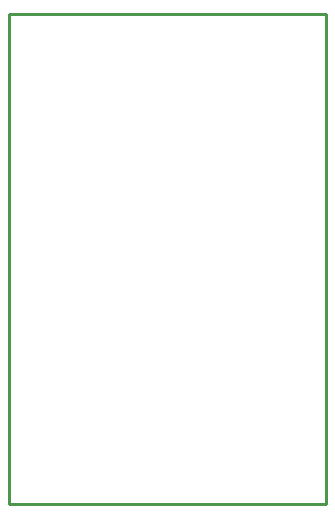
<source format=gko>
G04 Layer: BoardOutlineLayer*
G04 EasyEDA Pro v2.2.37.7, 2025-04-21 16:56:55*
G04 Gerber Generator version 0.3*
G04 Scale: 100 percent, Rotated: No, Reflected: No*
G04 Dimensions in millimeters*
G04 Leading zeros omitted, absolute positions, 4 integers and 5 decimals*
%FSLAX45Y45*%
%MOMM*%
%ADD10C,0.254*%
G75*


G04 Rect Start*
G54D10*
G01X-22860000Y1168400D02*
G01X-22860000Y5321300D01*
G01X-20180300Y5321300D01*
G01X-20180300Y1168400D01*
G01X-22860000Y1168400D01*
G04 Rect End*

M02*


</source>
